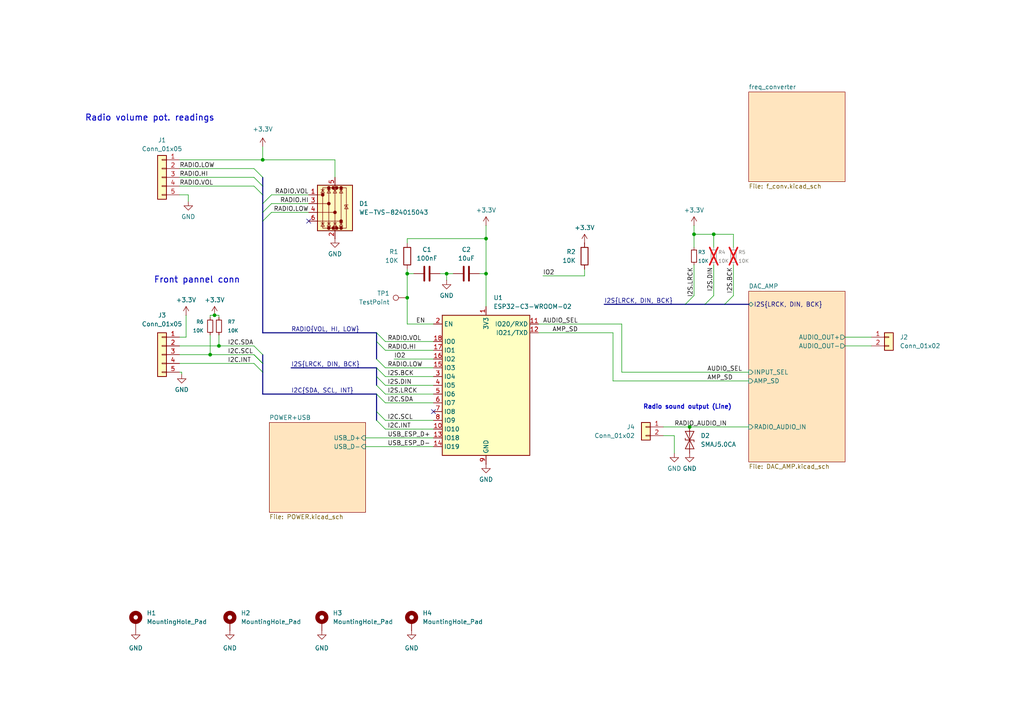
<source format=kicad_sch>
(kicad_sch (version 20250114) (generator "eeschema") (generator_version "9.0")
  (paper "A4")
  (title_block (title "Tesla sextant BT") (date "2026-02-10") (rev "2.3"))
  (lib_symbols
    (symbol "Connector:TestPoint" (pin_numbers (hide yes)) (pin_names (offset 0.762) (hide yes))
      (property "Reference" "TP" (at 0 6.858 0))
      (property "Value" "TestPoint" (at 0 5.08 0))
      (symbol "TestPoint_0_1"
        (circle (center 0 3.302) (radius 0.762))
      )
      (symbol "TestPoint_1_1"
        (pin passive line (at 0 0 90) (length 2.54) (name "1") (number "1"))
      )
    )
    (symbol "Connector_Generic:Conn_01x02" (pin_names (offset 1.016) (hide yes))
      (property "Reference" "J" (at 0 2.54 0))
      (property "Value" "Conn_01x02" (at 0 -5.08 0))
      (symbol "Conn_01x02_1_1"
        (rectangle (start -1.27 1.27) (end 1.27 -3.81) (stroke (width 0.254)) (fill (type background)))
        (rectangle (start -1.27 0.127) (end 0 -0.127) (stroke (width 0.1524)))
        (rectangle (start -1.27 -2.413) (end 0 -2.667) (stroke (width 0.1524)))
        (pin passive line (at -5.08 0 0) (length 3.81) (name "Pin_1") (number "1"))
        (pin passive line (at -5.08 -2.54 0) (length 3.81) (name "Pin_2") (number "2"))
      )
    )
    (symbol "Connector_Generic:Conn_01x05" (pin_names (offset 1.016) (hide yes))
      (property "Reference" "J" (at 0 7.62 0))
      (property "Value" "Conn_01x05" (at 0 -7.62 0))
      (symbol "Conn_01x05_1_1"
        (rectangle (start -1.27 6.35) (end 1.27 -6.35) (stroke (width 0.254)) (fill (type background)))
        (rectangle (start -1.27 5.207) (end 0 4.953) (stroke (width 0.1524)))
        (rectangle (start -1.27 2.667) (end 0 2.413) (stroke (width 0.1524)))
        (rectangle (start -1.27 0.127) (end 0 -0.127) (stroke (width 0.1524)))
        (rectangle (start -1.27 -2.413) (end 0 -2.667) (stroke (width 0.1524)))
        (rectangle (start -1.27 -4.953) (end 0 -5.207) (stroke (width 0.1524)))
        (pin passive line (at -5.08 5.08 0) (length 3.81) (name "Pin_1") (number "1"))
        (pin passive line (at -5.08 2.54 0) (length 3.81) (name "Pin_2") (number "2"))
        (pin passive line (at -5.08 0 0) (length 3.81) (name "Pin_3") (number "3"))
        (pin passive line (at -5.08 -2.54 0) (length 3.81) (name "Pin_4") (number "4"))
        (pin passive line (at -5.08 -5.08 0) (length 3.81) (name "Pin_5") (number "5"))
      )
    )
    (symbol "Device:C" (pin_numbers (hide yes)) (pin_names (offset 0.254))
      (property "Reference" "C" (at 0.635 2.54 0))
      (property "Value" "C" (at 0.635 -2.54 0))
      (symbol "C_0_1"
        (polyline (pts (xy -2.032 0.762) (xy 2.032 0.762)) (stroke (width 0.508)))
        (polyline (pts (xy -2.032 -0.762) (xy 2.032 -0.762)) (stroke (width 0.508)))
      )
      (symbol "C_1_1"
        (pin passive line (at 0 3.81 270) (length 2.794) (name "~") (number "1"))
        (pin passive line (at 0 -3.81 90) (length 2.794) (name "~") (number "2"))
      )
    )
    (symbol "Device:R" (pin_numbers (hide yes)) (pin_names (offset 0))
      (property "Reference" "R" (at 2.032 0 90))
      (property "Value" "R" (at 0 0 90))
      (symbol "R_0_1"
        (rectangle (start -1.016 -2.54) (end 1.016 2.54) (stroke (width 0.254)))
      )
      (symbol "R_1_1"
        (pin passive line (at 0 3.81 270) (length 1.27) (name "~") (number "1"))
        (pin passive line (at 0 -3.81 90) (length 1.27) (name "~") (number "2"))
      )
    )
    (symbol "Device:R_Small" (pin_numbers (hide yes)) (pin_names (offset 0.254) (hide yes))
      (property "Reference" "R" (at 0 0 90))
      (property "Value" "R_Small" (at 1.778 0 90))
      (symbol "R_Small_0_1"
        (rectangle (start -0.762 1.778) (end 0.762 -1.778) (stroke (width 0.2032)))
      )
      (symbol "R_Small_1_1"
        (pin passive line (at 0 2.54 270) (length 0.762) (name "~") (number "1"))
        (pin passive line (at 0 -2.54 90) (length 0.762) (name "~") (number "2"))
      )
    )
    (symbol "Diode:SMAJ5.0CA" (pin_numbers (hide yes)) (pin_names (offset 1.016) (hide yes))
      (property "Reference" "D" (at 0 2.54 0))
      (property "Value" "SMAJ5.0CA" (at 0 -2.54 0))
      (symbol "SMAJ5.0CA_0_1"
        (polyline (pts (xy -2.54 -1.27) (xy 0 0) (xy -2.54 1.27) (xy -2.54 -1.27)) (stroke (width 0.2032)))
        (polyline (pts (xy 0.508 1.27) (xy 0 1.27) (xy 0 -1.27) (xy -0.508 -1.27)) (stroke (width 0.2032)))
        (polyline (pts (xy 1.27 0) (xy -1.27 0)))
        (polyline (pts (xy 2.54 1.27) (xy 2.54 -1.27) (xy 0 0) (xy 2.54 1.27)) (stroke (width 0.2032)))
      )
      (symbol "SMAJ5.0CA_1_1"
        (pin passive line (at -3.81 0 0) (length 2.54) (name "A1") (number "1"))
        (pin passive line (at 3.81 0 180) (length 2.54) (name "A2") (number "2"))
      )
    )
    (symbol "Mechanical:MountingHole_Pad" (pin_numbers (hide yes)) (pin_names (offset 1.016) (hide yes)) (in_bom no)
      (property "Reference" "H" (at 0 6.35 0))
      (property "Value" "MountingHole_Pad" (at 0 4.445 0))
      (symbol "MountingHole_Pad_0_1"
        (circle (center 0 1.27) (radius 1.27) (stroke (width 1.27)))
      )
      (symbol "MountingHole_Pad_1_1"
        (pin input line (at 0 -2.54 90) (length 2.54) (name "1") (number "1"))
      )
    )
    (symbol "Power_Protection:WE-TVS-824015043" (pin_names (hide yes))
      (property "Reference" "U" (at 0 12.7 0))
      (property "Value" "WE-TVS-824015043" (at 0 10.16 0))
      (symbol "WE-TVS-824015043_0_0"
        (circle (center -3.556 2.54) (radius 0.0001) (stroke (width 0.508)))
        (circle (center -1.778 4.572) (radius 0.0001) (stroke (width 0.508)))
        (circle (center -1.778 0) (radius 0.0001) (stroke (width 0.508)))
        (circle (center -1.778 -7.112) (radius 0.0001) (stroke (width 0.508)))
        (circle (center -0.508 4.572) (radius 0.0001) (stroke (width 0.508)))
        (circle (center -0.508 -7.112) (radius 0.0001) (stroke (width 0.508)))
        (circle (center 0 -2.54) (radius 0.0001) (stroke (width 0.508)))
        (circle (center 0.508 4.572) (radius 0.0001) (stroke (width 0.508)))
        (circle (center 0.508 -7.112) (radius 0.0001) (stroke (width 0.508)))
        (circle (center 1.778 4.572) (radius 0.0001) (stroke (width 0.508)))
        (circle (center 1.778 -5.08) (radius 0.0001) (stroke (width 0.508)))
        (circle (center 1.778 -7.112) (radius 0.0001) (stroke (width 0.508)))
      )
      (symbol "WE-TVS-824015043_0_1"
        (polyline (pts (xy -5.08 2.54) (xy -3.556 2.54)))
        (polyline (pts (xy -5.08 0) (xy -1.778 0)))
        (polyline (pts (xy -5.08 -2.54) (xy 0 -2.54)))
        (polyline (pts (xy -5.08 -5.08) (xy 1.778 -5.08)))
        (polyline (pts (xy -4.064 3.048) (xy -3.048 3.048) (xy -3.556 4.064) (xy -4.064 3.048)))
        (polyline (pts (xy -4.064 -5.588) (xy -3.048 -5.588)))
        (polyline (pts (xy -3.048 4.064) (xy -4.064 4.064)))
        (polyline (pts (xy -3.048 -6.604) (xy -4.064 -6.604) (xy -3.556 -5.588) (xy -3.048 -6.604)))
        (polyline (pts (xy -2.286 4.064) (xy -1.27 4.064)))
        (polyline (pts (xy -2.286 -5.588) (xy -1.27 -5.588)))
        (polyline (pts (xy -1.27 3.048) (xy -2.286 3.048) (xy -1.778 4.064) (xy -1.27 3.048)))
        (polyline (pts (xy -1.27 -6.604) (xy -2.286 -6.604) (xy -1.778 -5.588) (xy -1.27 -6.604)))
        (polyline (pts (xy -0.508 3.048) (xy 0.508 3.048) (xy 0 4.064) (xy -0.508 3.048)))
        (polyline (pts (xy -0.508 -5.588) (xy 0.508 -5.588)))
        (polyline (pts (xy -0.508 -6.604) (xy 0.508 -6.604) (xy 0 -5.588) (xy -0.508 -6.604)))
        (polyline (pts (xy 0 5.08) (xy 0.508 4.572)))
        (polyline (pts (xy 0.508 4.064) (xy -0.508 4.064)))
        (polyline (pts (xy 0.508 -7.112) (xy -0.508 -7.112)))
        (polyline (pts (xy 1.27 4.064) (xy 2.286 4.064)))
        (polyline (pts (xy 1.27 -6.604) (xy 2.286 -6.604) (xy 1.778 -5.588) (xy 1.27 -6.604)))
        (polyline (pts (xy 1.778 4.572) (xy 3.302 4.572) (xy 3.302 -7.112) (xy 1.778 -7.112)))
        (polyline (pts (xy 2.286 3.048) (xy 1.27 3.048) (xy 1.778 4.064) (xy 2.286 3.048)))
        (polyline (pts (xy 2.286 -5.588) (xy 1.27 -5.588)))
        (polyline (pts (xy 2.794 -0.762) (xy 2.794 -0.381) (xy 3.81 -0.381)))
        (polyline (pts (xy 3.81 -1.524) (xy 2.794 -1.524) (xy 3.302 -0.508) (xy 3.81 -1.524)))
      )
      (symbol "WE-TVS-824015043_1_1"
        (rectangle (start -5.08 5.334) (end 5.08 -7.874) (stroke (width 0.254)) (fill (type background)))
        (polyline (pts (xy -1.778 4.572) (xy -3.556 4.572) (xy -3.556 -7.112) (xy -1.778 -7.112)))
        (polyline (pts (xy -0.508 4.572) (xy 1.778 4.572) (xy 1.778 -7.112) (xy 0.508 -7.112)))
        (polyline (pts (xy 0 -7.62) (xy -0.508 -7.112) (xy -1.778 -7.112) (xy -1.778 4.572) (xy -0.508 4.572)))
        (polyline (pts (xy 0.508 -7.112) (xy 0 -6.604) (xy 0 4.064) (xy -0.508 4.572)))
        (pin passive line (at -7.62 2.54 0) (length 2.54) (name "I/O1") (number "1"))
        (pin passive line (at -7.62 0 0) (length 2.54) (name "I/O2") (number "3"))
        (pin passive line (at -7.62 -2.54 0) (length 2.54) (name "I/O3") (number "4"))
        (pin passive line (at -7.62 -5.08 0) (length 2.54) (name "I/O4") (number "6"))
        (pin passive line (at 0 7.62 270) (length 2.54) (name "VBUS") (number "5"))
        (pin passive line (at 0 -10.16 90) (length 2.54) (name "GND") (number "2"))
      )
    )
    (symbol "RF_Module:ESP32-C3-WROOM-02"
      (property "Reference" "U" (at -12.192 21.336 0))
      (property "Value" "ESP32-C3-WROOM-02" (at 12.192 21.336 0))
      (symbol "ESP32-C3-WROOM-02_1_1"
        (rectangle (start -12.7 20.32) (end 12.7 -20.32) (stroke (width 0.254)) (fill (type background)))
        (pin input line (at -15.24 17.78 0) (length 2.54) (name "EN") (number "2"))
        (pin bidirectional line (at -15.24 12.7 0) (length 2.54) (name "IO0") (number "18"))
        (pin bidirectional line (at -15.24 10.16 0) (length 2.54) (name "IO1") (number "17"))
        (pin bidirectional line (at -15.24 7.62 0) (length 2.54) (name "IO2") (number "16"))
        (pin bidirectional line (at -15.24 5.08 0) (length 2.54) (name "IO3") (number "15"))
        (pin bidirectional line (at -15.24 2.54 0) (length 2.54) (name "IO4") (number "3"))
        (pin bidirectional line (at -15.24 0 0) (length 2.54) (name "IO5") (number "4"))
        (pin bidirectional line (at -15.24 -2.54 0) (length 2.54) (name "IO6") (number "5"))
        (pin bidirectional line (at -15.24 -5.08 0) (length 2.54) (name "IO7") (number "6"))
        (pin bidirectional line (at -15.24 -7.62 0) (length 2.54) (name "IO8") (number "7"))
        (pin bidirectional line (at -15.24 -10.16 0) (length 2.54) (name "IO9") (number "8"))
        (pin bidirectional line (at -15.24 -12.7 0) (length 2.54) (name "IO10") (number "10"))
        (pin bidirectional line (at -15.24 -15.24 0) (length 2.54) (name "IO18") (number "13"))
        (pin bidirectional line (at -15.24 -17.78 0) (length 2.54) (name "IO19") (number "14"))
        (pin power_in line (at 0 22.86 270) (length 2.54) (name "3V3") (number "1"))
        (pin passive line (at 0 -22.86 90) (length 2.54) (hide yes) (name "GND") (number "19"))
        (pin power_in line (at 0 -22.86 90) (length 2.54) (name "GND") (number "9"))
        (pin bidirectional line (at 15.24 17.78 180) (length 2.54) (name "IO20/RXD") (number "11"))
        (pin bidirectional line (at 15.24 15.24 180) (length 2.54) (name "IO21/TXD") (number "12"))
      )
    )
    (symbol "power:+3.3V" (power) (pin_numbers (hide yes)) (pin_names (offset 0) (hide yes))
      (property "Value" "+3.3V" (at 0 3.556 0))
      (symbol "+3.3V_0_1"
        (polyline (pts (xy -0.762 1.27) (xy 0 2.54)))
        (polyline (pts (xy 0 2.54) (xy 0.762 1.27)))
        (polyline (pts (xy 0 0) (xy 0 2.54)))
      )
      (symbol "+3.3V_1_1"
        (pin power_in line (at 0 0 90) (length 0) (name "~") (number "1"))
      )
    )
    (symbol "power:GND" (power) (pin_numbers (hide yes)) (pin_names (offset 0) (hide yes))
      (property "Value" "GND" (at 0 -3.81 0))
      (symbol "GND_0_1"
        (polyline (pts (xy 0 0) (xy 0 -1.27) (xy 1.27 -1.27) (xy 0 -2.54) (xy -1.27 -1.27) (xy 0 -1.27)))
      )
      (symbol "GND_1_1"
        (pin power_in line (at 0 0 270) (length 0) (name "~") (number "1"))
      )
    )
  )
  (text "Radio volume pot. readings" (at 43.434 34.29 0) (effects (font (size 1.778 1.778) (thickness 0.254) (bold yes))))
  (text "Radio sound output (Line)" (at 199.39 118.11 0) (effects (font (size 1.27 1.27) (thickness 0.254) (bold yes))))
  (text "Front pannel conn" (at 57.15 81.28 0) (effects (font (size 1.778 1.778) (thickness 0.254) (bold yes))))
  (junction (at 201.295 67.945))
  (junction (at 207.01 67.945))
  (junction (at 200.025 123.825))
  (junction (at 118.11 79.375))
  (junction (at 118.11 86.36))
  (junction (at 62.23 91.44))
  (junction (at 140.97 69.215))
  (junction (at 76.2 46.355))
  (junction (at 129.54 79.375))
  (junction (at 63.5 100.33))
  (junction (at 140.97 79.375))
  (junction (at 60.96 102.87))
  (no_connect (at 125.73 119.38))
  (no_connect (at 89.535 64.135))
  (bus_entry (at 76.2 105.41) (size -2.54 -2.54))
  (bus_entry (at 76.2 107.95) (size -2.54 -2.54))
  (bus_entry (at 109.22 121.92) (size 2.54 2.54))
  (bus_entry (at 109.22 114.3) (size 2.54 2.54))
  (bus_entry (at 76.2 105.41) (size -2.54 -2.54))
  (bus_entry (at 204.47 88.265) (size 2.54 -2.54))
  (bus_entry (at 76.2 64.135) (size 2.54 -2.54))
  (bus_entry (at 109.22 99.06) (size 2.54 2.54))
  (bus_entry (at 109.22 109.22) (size 2.54 2.54))
  (bus_entry (at 210.185 88.265) (size 2.54 -2.54))
  (bus_entry (at 109.22 106.68) (size 2.54 2.54))
  (bus_entry (at 76.2 61.595) (size 2.54 -2.54))
  (bus_entry (at 76.2 102.87) (size -2.54 -2.54))
  (bus_entry (at 198.755 88.265) (size 2.54 -2.54))
  (bus_entry (at 76.2 53.975) (size -2.54 -2.54))
  (bus_entry (at 109.22 119.38) (size 2.54 2.54))
  (bus_entry (at 109.22 111.76) (size 2.54 2.54))
  (bus_entry (at 76.2 56.515) (size -2.54 -2.54))
  (bus_entry (at 76.2 51.435) (size -2.54 -2.54))
  (bus_entry (at 109.22 96.52) (size 2.54 2.54))
  (bus_entry (at 109.22 104.14) (size 2.54 2.54))
  (bus_entry (at 76.2 59.055) (size 2.54 -2.54))
  (bus (pts (xy 109.22 106.68) (xy 109.22 109.22)))
  (wire (pts (xy 52.705 107.95) (xy 52.07 107.95)))
  (bus (pts (xy 198.755 88.265) (xy 204.47 88.265)))
  (wire (pts (xy 111.76 101.6) (xy 125.73 101.6)))
  (wire (pts (xy 212.725 67.945) (xy 212.725 71.755)))
  (wire (pts (xy 111.76 121.92) (xy 125.73 121.92)))
  (wire (pts (xy 140.97 69.215) (xy 140.97 79.375)))
  (wire (pts (xy 156.21 93.98) (xy 180.34 93.98)))
  (bus (pts (xy 76.2 107.95) (xy 76.2 114.3)))
  (bus (pts (xy 76.2 53.975) (xy 76.2 56.515)))
  (wire (pts (xy 63.5 92.075) (xy 63.5 91.44)))
  (wire (pts (xy 200.025 123.825) (xy 217.17 123.825)))
  (wire (pts (xy 118.11 69.215) (xy 140.97 69.215)))
  (bus (pts (xy 76.2 102.87) (xy 76.2 105.41)))
  (wire (pts (xy 52.07 97.79) (xy 53.975 97.79)))
  (wire (pts (xy 60.96 91.44) (xy 60.96 92.075)))
  (wire (pts (xy 192.405 123.825) (xy 200.025 123.825)))
  (wire (pts (xy 106.045 127) (xy 125.73 127)))
  (bus (pts (xy 76.2 51.435) (xy 76.2 53.975)))
  (wire (pts (xy 76.2 42.545) (xy 76.2 46.355)))
  (bus (pts (xy 76.2 105.41) (xy 76.2 107.95)))
  (wire (pts (xy 78.74 59.055) (xy 89.535 59.055)))
  (wire (pts (xy 157.48 80.01) (xy 169.545 80.01)))
  (wire (pts (xy 118.11 79.375) (xy 120.015 79.375)))
  (wire (pts (xy 201.295 76.835) (xy 201.295 85.725)))
  (wire (pts (xy 118.11 93.98) (xy 125.73 93.98)))
  (wire (pts (xy 97.155 46.355) (xy 97.155 51.435)))
  (bus (pts (xy 109.22 119.38) (xy 109.22 114.3)))
  (wire (pts (xy 118.11 78.105) (xy 118.11 79.375)))
  (wire (pts (xy 62.23 91.44) (xy 63.5 91.44)))
  (bus (pts (xy 76.2 59.055) (xy 76.2 61.595)))
  (wire (pts (xy 106.045 129.54) (xy 125.73 129.54)))
  (wire (pts (xy 52.07 102.87) (xy 60.96 102.87)))
  (wire (pts (xy 195.58 126.365) (xy 195.58 131.445)))
  (wire (pts (xy 53.975 91.44) (xy 53.975 97.79)))
  (wire (pts (xy 192.405 126.365) (xy 195.58 126.365)))
  (wire (pts (xy 201.295 71.755) (xy 201.295 67.945)))
  (wire (pts (xy 131.445 79.375) (xy 129.54 79.375)))
  (wire (pts (xy 76.2 46.355) (xy 97.155 46.355)))
  (wire (pts (xy 52.07 56.515) (xy 54.61 56.515)))
  (wire (pts (xy 207.01 67.945) (xy 207.01 71.755)))
  (bus (pts (xy 109.22 96.52) (xy 109.22 99.06)))
  (wire (pts (xy 245.11 97.79) (xy 252.73 97.79)))
  (bus (pts (xy 109.22 109.22) (xy 109.22 111.76)))
  (wire (pts (xy 63.5 100.33) (xy 73.66 100.33)))
  (wire (pts (xy 114.3 104.14) (xy 125.73 104.14)))
  (wire (pts (xy 169.545 78.105) (xy 169.545 80.01)))
  (wire (pts (xy 207.01 67.945) (xy 212.725 67.945)))
  (wire (pts (xy 111.76 106.68) (xy 125.73 106.68)))
  (wire (pts (xy 60.96 97.155) (xy 60.96 102.87)))
  (bus (pts (xy 175.26 88.265) (xy 198.755 88.265)))
  (bus (pts (xy 76.2 96.52) (xy 109.22 96.52)))
  (bus (pts (xy 109.22 99.06) (xy 109.22 104.14)))
  (bus (pts (xy 210.185 88.265) (xy 217.17 88.265)))
  (bus (pts (xy 76.2 61.595) (xy 76.2 64.135)))
  (wire (pts (xy 60.96 91.44) (xy 62.23 91.44)))
  (wire (pts (xy 60.96 102.87) (xy 73.66 102.87)))
  (wire (pts (xy 140.97 79.375) (xy 139.065 79.375)))
  (wire (pts (xy 78.74 56.515) (xy 89.535 56.515)))
  (wire (pts (xy 111.76 114.3) (xy 125.73 114.3)))
  (wire (pts (xy 201.295 65.405) (xy 201.295 67.945)))
  (wire (pts (xy 118.11 86.36) (xy 118.11 93.98)))
  (wire (pts (xy 111.76 109.22) (xy 125.73 109.22)))
  (bus (pts (xy 76.2 114.3) (xy 109.22 114.3)))
  (wire (pts (xy 177.8 110.49) (xy 217.17 110.49)))
  (bus (pts (xy 204.47 88.265) (xy 210.185 88.265)))
  (wire (pts (xy 212.725 76.835) (xy 212.725 85.725)))
  (wire (pts (xy 54.61 56.515) (xy 54.61 58.42)))
  (wire (pts (xy 52.07 46.355) (xy 76.2 46.355)))
  (wire (pts (xy 118.11 79.375) (xy 118.11 86.36)))
  (wire (pts (xy 180.34 107.95) (xy 180.34 93.98)))
  (wire (pts (xy 52.07 105.41) (xy 73.66 105.41)))
  (wire (pts (xy 52.07 51.435) (xy 73.66 51.435)))
  (wire (pts (xy 111.76 124.46) (xy 125.73 124.46)))
  (wire (pts (xy 127.635 79.375) (xy 129.54 79.375)))
  (bus (pts (xy 76.2 56.515) (xy 76.2 59.055)))
  (wire (pts (xy 180.34 107.95) (xy 217.17 107.95)))
  (wire (pts (xy 78.74 61.595) (xy 89.535 61.595)))
  (wire (pts (xy 63.5 97.155) (xy 63.5 100.33)))
  (wire (pts (xy 245.11 100.33) (xy 252.73 100.33)))
  (bus (pts (xy 84.455 106.68) (xy 109.22 106.68)))
  (bus (pts (xy 109.22 121.92) (xy 109.22 119.38)))
  (wire (pts (xy 118.11 70.485) (xy 118.11 69.215)))
  (wire (pts (xy 111.76 111.76) (xy 125.73 111.76)))
  (wire (pts (xy 156.21 96.52) (xy 177.8 96.52)))
  (wire (pts (xy 111.76 99.06) (xy 125.73 99.06)))
  (wire (pts (xy 207.01 76.835) (xy 207.01 85.725)))
  (wire (pts (xy 201.295 67.945) (xy 207.01 67.945)))
  (wire (pts (xy 129.54 79.375) (xy 129.54 81.28)))
  (wire (pts (xy 177.8 110.49) (xy 177.8 96.52)))
  (wire (pts (xy 52.07 100.33) (xy 63.5 100.33)))
  (wire (pts (xy 140.97 79.375) (xy 140.97 88.9)))
  (wire (pts (xy 140.97 65.405) (xy 140.97 69.215)))
  (wire (pts (xy 52.705 107.95) (xy 52.705 108.585)))
  (wire (pts (xy 111.76 116.84) (xy 125.73 116.84)))
  (wire (pts (xy 52.07 48.895) (xy 73.66 48.895)))
  (bus (pts (xy 76.2 64.135) (xy 76.2 96.52)))
  (wire (pts (xy 52.07 53.975) (xy 73.66 53.975)))
  (label "I2C.SCL" (at 66.04 102.87 0))
  (label "RADIO.HI" (at 112.395 101.6 0))
  (label "I2S{LRCK, DIN, BCK}" (at 84.455 106.68 0))
  (label "USB_ESP_D-" (at 112.395 129.54 0))
  (label "RADIO.HI" (at 52.07 51.435 0))
  (label "IO2" (at 114.3 104.14 0))
  (label "I2S.DIN" (at 112.395 111.76 0))
  (label "AMP_SD" (at 167.64 96.52 180))
  (label "I2C.SDA" (at 112.395 116.84 0))
  (label "I2C.INT" (at 112.395 124.46 0))
  (label "IO2" (at 157.48 80.01 0))
  (label "I2C.SDA" (at 66.04 100.33 0))
  (label "RADIO.LOW" (at 112.395 106.68 0))
  (label "I2S.LRCK" (at 201.295 77.47 270))
  (label "I2S.BCK" (at 112.395 109.22 0))
  (label "AUDIO_SEL" (at 205.105 107.95 0))
  (label "I2S.LRCK" (at 112.395 114.3 0))
  (label "I2C.INT" (at 66.04 105.41 0))
  (label "USB_ESP_D+" (at 112.395 127 0))
  (label "RADIO.VOL" (at 89.535 56.515 180))
  (label "EN" (at 120.65 93.98 0))
  (label "RADIO_AUDIO_IN" (at 195.58 123.825 0))
  (label "RADIO.VOL" (at 52.07 53.975 0))
  (label "RADIO.VOL" (at 112.395 99.06 0))
  (label "I2S.DIN" (at 207.01 77.47 270))
  (label "I2C{SDA, SCL, INT}" (at 84.455 114.3 0))
  (label "RADIO.LOW" (at 89.535 61.595 180))
  (label "RADIO.HI" (at 89.535 59.055 180))
  (label "RADIO{VOL, HI, LOW}" (at 84.455 96.52 0))
  (label "I2C.SCL" (at 112.395 121.92 0))
  (label "I2S{LRCK, DIN, BCK}" (at 175.26 88.265 0))
  (label "I2S.BCK" (at 212.725 77.47 270))
  (label "AUDIO_SEL" (at 167.64 93.98 180))
  (label "RADIO.LOW" (at 52.07 48.895 0))
  (label "AMP_SD" (at 205.105 110.49 0))
  (symbol (lib_id "power:GND") (at 97.155 69.215 0) (mirror y) (unit 1)
    (property "Reference" "#PWR05" (effects (hide yes)))
    (property "Value" "GND" (at 97.155 73.66 0))
    (property "Description" "Power symbol creates a global label with name \"GND\" , ground" (effects (hide yes)))
  )
  (symbol (lib_id "power:+3.3V") (at 62.23 91.44 0) (mirror y) (unit 1)
    (property "Reference" "#PWR09" (effects (hide yes)))
    (property "Value" "+3.3V" (at 62.23 86.995 0))
    (property "Description" "Power symbol creates a global label with name \"+3.3V\"" (effects (hide yes)))
  )
  (symbol (lib_id "power:GND") (at 140.97 134.62 0) (mirror y) (unit 1)
    (property "Reference" "#PWR014" (effects (hide yes)))
    (property "Value" "GND" (at 140.97 139.065 0))
    (property "Description" "Power symbol creates a global label with name \"GND\" , ground" (effects (hide yes)))
  )
  (symbol (lib_id "RF_Module:ESP32-C3-WROOM-02") (at 140.97 111.76 0) (unit 1)
    (property "Reference" "U1" (at 143.1133 86.36 0) (effects (justify left)))
    (property "Value" "ESP32-C3-WROOM-02" (at 143.1133 88.9 0) (effects (justify left)))
    (property "Footprint" "RF_Module:ESP32-C3-WROOM-02" (effects (hide yes)))
    (property "Datasheet" "https://www.espressif.com/sites/default/files/documentation/esp32-c3-wroom-02_datasheet_en.pdf" (effects (hide yes)))
    (property "Description" "802.11 b/g/n Wi­Fi and Bluetooth 5 module, ESP32­C3 SoC, RISC­V microprocessor, On-board antenna" (effects (hide yes)))
  )
  (symbol (lib_id "Device:R_Small") (at 212.725 74.295 0) (unit 1) (in_bom no) (dnp yes)
    (property "Reference" "R5" (at 214.122 73.152 0) (effects (font (size 1.016 1.016)) (justify left)))
    (property "Value" "10K" (at 214.122 75.692 0) (effects (font (size 1.016 1.016)) (justify left)))
    (property "Footprint" "Capacitor_SMD:C_0805_2012Metric" (effects (hide yes)))
    (property "Description" "Resistor, small symbol" (effects (hide yes)))
  )
  (symbol (lib_id "power:GND") (at 54.61 58.42 0) (mirror y) (unit 1)
    (property "Reference" "#PWR02" (effects (hide yes)))
    (property "Value" "GND" (at 54.61 62.865 0))
    (property "Description" "Power symbol creates a global label with name \"GND\" , ground" (effects (hide yes)))
  )
  (symbol (lib_id "Device:C") (at 123.825 79.375 270) (mirror x) (unit 1)
    (property "Reference" "C1" (at 123.825 72.39 90))
    (property "Value" "100nF" (at 123.825 74.93 90))
    (property "Footprint" "Capacitor_SMD:C_0805_2012Metric" (effects (hide yes)))
    (property "Description" "Unpolarized capacitor" (effects (hide yes)))
  )
  (symbol (lib_id "Device:R_Small") (at 60.96 94.615 0) (mirror y) (unit 1)
    (property "Reference" "R6" (at 59.055 93.3449 0) (effects (font (size 1.016 1.016)) (justify left)))
    (property "Value" "10K" (at 59.055 95.8849 0) (effects (font (size 1.016 1.016)) (justify left)))
    (property "Footprint" "Capacitor_SMD:C_0805_2012Metric" (effects (hide yes)))
    (property "Description" "Resistor, small symbol" (effects (hide yes)))
  )
  (symbol (lib_id "power:GND") (at 195.58 131.445 0) (mirror y) (unit 1)
    (property "Reference" "#PWR011" (effects (hide yes)))
    (property "Value" "GND" (at 195.58 135.89 0))
    (property "Description" "Power symbol creates a global label with name \"GND\" , ground" (effects (hide yes)))
  )
  (symbol (lib_id "Connector_Generic:Conn_01x02") (at 257.81 97.79 0) (unit 1) (in_bom no)
    (property "Reference" "J2" (at 260.985 97.7899 0) (effects (justify left)))
    (property "Value" "Conn_01x02" (at 260.985 100.3299 0) (effects (justify left)))
    (property "Footprint" "Tesla_Library:Conn_Solder_1x02_SMD" (effects (hide yes)))
    (property "Description" "Generic connector, single row, 01x02, script generated (kicad-library-utils/schlib/autogen/connector/)" (effects (hide yes)))
  )
  (symbol (lib_id "Device:R_Small") (at 201.295 74.295 0) (mirror y) (unit 1)
    (property "Reference" "R3" (at 202.438 73.152 0) (effects (font (size 1.016 1.016)) (justify right)))
    (property "Value" "10K" (at 202.438 75.692 0) (effects (font (size 1.016 1.016)) (justify right)))
    (property "Footprint" "Capacitor_SMD:C_0805_2012Metric" (effects (hide yes)))
    (property "Description" "Resistor, small symbol" (effects (hide yes)))
  )
  (symbol (lib_id "power:GND") (at 119.38 182.88 0) (unit 1)
    (property "Reference" "#PWR062" (effects (hide yes)))
    (property "Value" "GND" (at 119.38 187.96 0))
    (property "Description" "Power symbol creates a global label with name \"GND\" , ground" (effects (hide yes)))
  )
  (symbol (lib_id "power:GND") (at 200.025 131.445 0) (mirror y) (unit 1)
    (property "Reference" "#PWR013" (effects (hide yes)))
    (property "Value" "GND" (at 200.025 135.89 0))
    (property "Description" "Power symbol creates a global label with name \"GND\" , ground" (effects (hide yes)))
  )
  (symbol (lib_id "Connector:TestPoint") (at 118.11 86.36 90) (unit 1) (in_bom no)
    (property "Reference" "TP1" (at 113.03 85.0899 90) (effects (justify left)))
    (property "Value" "TestPoint" (at 113.03 87.6299 90) (effects (justify left)))
    (property "Footprint" "TestPoint:TestPoint_Pad_D2.5mm" (effects (hide yes)))
    (property "Description" "test point" (effects (hide yes)))
  )
  (symbol (lib_id "Connector_Generic:Conn_01x05") (at 46.99 102.87 0) (mirror y) (unit 1)
    (property "Reference" "J3" (at 46.99 91.44 0))
    (property "Value" "Conn_01x05" (at 46.99 93.98 0))
    (property "Footprint" "Connector_PinSocket_2.00mm:PinSocket_1x05_P2.00mm_Vertical" (effects (hide yes)))
    (property "Description" "Generic connector, single row, 01x05, script generated (kicad-library-utils/schlib/autogen/connector/)" (effects (hide yes)))
  )
  (symbol (lib_id "power:+3.3V") (at 201.295 65.405 0) (unit 1)
    (property "Reference" "#PWR04" (effects (hide yes)))
    (property "Value" "+3.3V" (at 201.295 60.96 0))
    (property "Description" "Power symbol creates a global label with name \"+3.3V\"" (effects (hide yes)))
  )
  (symbol (lib_id "Mechanical:MountingHole_Pad") (at 93.345 180.34 0) (unit 1) (in_bom no)
    (property "Reference" "H3" (at 96.52 177.7999 0) (effects (justify left)))
    (property "Value" "MountingHole_Pad" (at 96.52 180.3399 0) (effects (justify left)))
    (property "Footprint" "MountingHole:MountingHole_4.3mm_M4_DIN965_Pad_TopBottom" (effects (hide yes)))
    (property "Description" "Mounting Hole with connection" (effects (hide yes)))
  )
  (symbol (lib_id "power:GND") (at 66.675 182.88 0) (unit 1)
    (property "Reference" "#PWR039" (effects (hide yes)))
    (property "Value" "GND" (at 66.675 187.96 0))
    (property "Description" "Power symbol creates a global label with name \"GND\" , ground" (effects (hide yes)))
  )
  (symbol (lib_id "power:GND") (at 39.37 182.88 0) (unit 1)
    (property "Reference" "#PWR018" (effects (hide yes)))
    (property "Value" "GND" (at 39.37 187.96 0))
    (property "Description" "Power symbol creates a global label with name \"GND\" , ground" (effects (hide yes)))
  )
  (symbol (lib_id "power:+3.3V") (at 76.2 42.545 0) (mirror y) (unit 1)
    (property "Reference" "#PWR01" (effects (hide yes)))
    (property "Value" "+3.3V" (at 76.2 37.465 0))
    (property "Description" "Power symbol creates a global label with name \"+3.3V\"" (effects (hide yes)))
  )
  (symbol (lib_id "power:+3.3V") (at 53.975 91.44 0) (mirror y) (unit 1)
    (property "Reference" "#PWR08" (effects (hide yes)))
    (property "Value" "+3.3V" (at 53.975 86.995 0))
    (property "Description" "Power symbol creates a global label with name \"+3.3V\"" (effects (hide yes)))
  )
  (symbol (lib_id "Mechanical:MountingHole_Pad") (at 39.37 180.34 0) (unit 1) (in_bom no)
    (property "Reference" "H1" (at 42.545 177.7999 0) (effects (justify left)))
    (property "Value" "MountingHole_Pad" (at 42.545 180.3399 0) (effects (justify left)))
    (property "Footprint" "MountingHole:MountingHole_4.3mm_M4_DIN965_Pad_TopBottom" (effects (hide yes)))
    (property "Description" "Mounting Hole with connection" (effects (hide yes)))
  )
  (symbol (lib_id "power:+3.3V") (at 169.545 70.485 0) (unit 1)
    (property "Reference" "#PWR06" (effects (hide yes)))
    (property "Value" "+3.3V" (at 169.545 66.04 0))
    (property "Description" "Power symbol creates a global label with name \"+3.3V\"" (effects (hide yes)))
  )
  (symbol (lib_id "power:GND") (at 52.705 108.585 0) (unit 1)
    (property "Reference" "#PWR010" (effects (hide yes)))
    (property "Value" "GND" (at 52.705 113.03 0))
    (property "Description" "Power symbol creates a global label with name \"GND\" , ground" (effects (hide yes)))
  )
  (symbol (lib_id "Power_Protection:WE-TVS-824015043") (at 97.155 59.055 0) (unit 1)
    (property "Reference" "D1" (at 104.14 59.0549 0) (effects (justify left)))
    (property "Value" "WE-TVS-824015043" (at 104.14 61.5949 0) (effects (justify left)))
    (property "Footprint" "Package_TO_SOT_SMD:SOT-23-6" (effects (hide yes)))
    (property "Datasheet" "https://www.we-online.com/components/products/datasheet/824015043.pdf" (effects (hide yes)))
    (property "Description" "Low Capacitance TVS Diode Array, 2 Channels, SOT-23-6" (effects (hide yes)))
  )
  (symbol (lib_id "Mechanical:MountingHole_Pad") (at 119.38 180.34 0) (unit 1) (in_bom no)
    (property "Reference" "H4" (at 122.555 177.7999 0) (effects (justify left)))
    (property "Value" "MountingHole_Pad" (at 122.555 180.3399 0) (effects (justify left)))
    (property "Footprint" "MountingHole:MountingHole_4.3mm_M4_DIN965_Pad_TopBottom" (effects (hide yes)))
    (property "Description" "Mounting Hole with connection" (effects (hide yes)))
  )
  (symbol (lib_id "Device:R_Small") (at 63.5 94.615 0) (unit 1)
    (property "Reference" "R7" (at 66.04 93.3449 0) (effects (font (size 1.016 1.016)) (justify left)))
    (property "Value" "10K" (at 66.04 95.8849 0) (effects (font (size 1.016 1.016)) (justify left)))
    (property "Footprint" "Capacitor_SMD:C_0805_2012Metric" (effects (hide yes)))
    (property "Description" "Resistor, small symbol" (effects (hide yes)))
  )
  (symbol (lib_id "Connector_Generic:Conn_01x02") (at 187.325 123.825 0) (mirror y) (unit 1) (in_bom no)
    (property "Reference" "J4" (at 184.15 123.8249 0) (effects (justify left)))
    (property "Value" "Conn_01x02" (at 184.15 126.3649 0) (effects (justify left)))
    (property "Footprint" "Tesla_Library:Conn_Solder_1x02_SMD" (effects (hide yes)))
    (property "Description" "Generic connector, single row, 01x02, script generated (kicad-library-utils/schlib/autogen/connector/)" (effects (hide yes)))
  )
  (symbol (lib_id "Device:R") (at 118.11 74.295 0) (unit 1)
    (property "Reference" "R1" (at 115.57 73.0249 0) (effects (justify right)))
    (property "Value" "10K" (at 115.57 75.5649 0) (effects (justify right)))
    (property "Footprint" "Capacitor_SMD:C_0805_2012Metric" (effects (hide yes)))
    (property "Description" "Resistor" (effects (hide yes)))
  )
  (symbol (lib_id "Diode:SMAJ5.0CA") (at 200.025 127.635 270) (unit 1)
    (property "Reference" "D2" (at 203.2 126.3649 90) (effects (justify left)))
    (property "Value" "SMAJ5.0CA" (at 203.2 128.9049 90) (effects (justify left)))
    (property "Footprint" "Diode_SMD:D_SMA" (effects (hide yes)))
    (property "Datasheet" "https://www.littelfuse.com/media?resourcetype=datasheets&itemid=75e32973-b177-4ee3-a0ff-cedaf1abdb93&filename=smaj-datasheet" (effects (hide yes)))
    (property "Description" "400W bidirectional Transient Voltage Suppressor, 5.0Vr, SMA(DO-214AC)" (effects (hide yes)))
  )
  (symbol (lib_id "power:GND") (at 93.345 182.88 0) (unit 1)
    (property "Reference" "#PWR060" (effects (hide yes)))
    (property "Value" "GND" (at 93.345 187.96 0))
    (property "Description" "Power symbol creates a global label with name \"GND\" , ground" (effects (hide yes)))
  )
  (symbol (lib_id "power:+3.3V") (at 140.97 65.405 0) (unit 1)
    (property "Reference" "#PWR03" (effects (hide yes)))
    (property "Value" "+3.3V" (at 140.97 60.96 0))
    (property "Description" "Power symbol creates a global label with name \"+3.3V\"" (effects (hide yes)))
  )
  (symbol (lib_id "Mechanical:MountingHole_Pad") (at 66.675 180.34 0) (unit 1) (in_bom no)
    (property "Reference" "H2" (at 69.85 177.7999 0) (effects (justify left)))
    (property "Value" "MountingHole_Pad" (at 69.85 180.3399 0) (effects (justify left)))
    (property "Footprint" "MountingHole:MountingHole_4.3mm_M4_DIN965_Pad_TopBottom" (effects (hide yes)))
    (property "Description" "Mounting Hole with connection" (effects (hide yes)))
  )
  (symbol (lib_id "power:GND") (at 129.54 81.28 0) (mirror y) (unit 1)
    (property "Reference" "#PWR07" (effects (hide yes)))
    (property "Value" "GND" (at 129.54 85.725 0))
    (property "Description" "Power symbol creates a global label with name \"GND\" , ground" (effects (hide yes)))
  )
  (symbol (lib_id "Device:R_Small") (at 207.01 74.295 0) (unit 1) (in_bom no) (dnp yes)
    (property "Reference" "R4" (at 208.28 73.152 0) (effects (font (size 1.016 1.016)) (justify left)))
    (property "Value" "10K" (at 208.28 75.692 0) (effects (font (size 1.016 1.016)) (justify left)))
    (property "Footprint" "Capacitor_SMD:C_0805_2012Metric" (effects (hide yes)))
    (property "Description" "Resistor, small symbol" (effects (hide yes)))
  )
  (symbol (lib_id "Device:C") (at 135.255 79.375 270) (mirror x) (unit 1)
    (property "Reference" "C2" (at 135.255 72.39 90))
    (property "Value" "10uF" (at 135.255 74.93 90))
    (property "Footprint" "Capacitor_SMD:C_0805_2012Metric" (effects (hide yes)))
    (property "Description" "Unpolarized capacitor" (effects (hide yes)))
  )
  (symbol (lib_id "Device:R") (at 169.545 74.295 0) (unit 1)
    (property "Reference" "R2" (at 167.005 73.0249 0) (effects (justify right)))
    (property "Value" "10K" (at 167.005 75.5649 0) (effects (justify right)))
    (property "Footprint" "Capacitor_SMD:C_0805_2012Metric" (effects (hide yes)))
    (property "Description" "Resistor" (effects (hide yes)))
  )
  (symbol (lib_id "Connector_Generic:Conn_01x05") (at 46.99 51.435 0) (mirror y) (unit 1)
    (property "Reference" "J1" (at 46.99 40.64 0))
    (property "Value" "Conn_01x05" (at 46.99 43.18 0))
    (property "Footprint" "Connector_PinSocket_2.00mm:PinSocket_1x05_P2.00mm_Vertical" (effects (hide yes)))
    (property "Description" "Generic connector, single row, 01x05, script generated (kicad-library-utils/schlib/autogen/connector/)" (effects (hide yes)))
  )
  (sheet (at 217.17 26.67) (size 27.94 26.035) (stroke (width 0.1524)) (fill (color 255 229 191 1.0000))
    (property "Sheetname" "freq_converter" (at 217.17 25.9584 0) (effects (justify left bottom)))
    (property "Sheetfile" "f_conv.kicad_sch" (at 217.17 53.2896 0) (effects (justify left top)))
  )
  (sheet (at 78.105 122.555) (size 27.94 26.035) (stroke (width 0.1524)) (fill (color 255 229 191 1.0000))
    (property "Sheetname" "POWER+USB" (at 78.105 121.8434 0) (effects (justify left bottom)))
    (property "Sheetfile" "POWER.kicad_sch" (at 78.105 149.1746 0) (effects (justify left top)))
    (pin "USB_D+" input (at 106.045 127 0))
    (pin "USB_D-" input (at 106.045 129.54 0))
  )
  (sheet (at 217.17 84.455) (size 27.94 49.53) (stroke (width 0.1524)) (fill (color 255 229 191 1.0000))
    (property "Sheetname" "DAC_AMP" (at 217.17 83.7434 0) (effects (justify left bottom)))
    (property "Sheetfile" "DAC_AMP.kicad_sch" (at 217.17 134.5696 0) (effects (justify left top)))
    (pin "AMP_SD" input (at 217.17 110.49 180))
    (pin "INPUT_SEL" input (at 217.17 107.95 180))
    (pin "RADIO_AUDIO_IN" input (at 217.17 123.825 180))
    (pin "I2S{LRCK, DIN, BCK}" bidirectional (at 217.17 88.265 180))
    (pin "AUDIO_OUT+" output (at 245.11 97.79 0))
    (pin "AUDIO_OUT-" output (at 245.11 100.33 0))
  )
)
</source>
